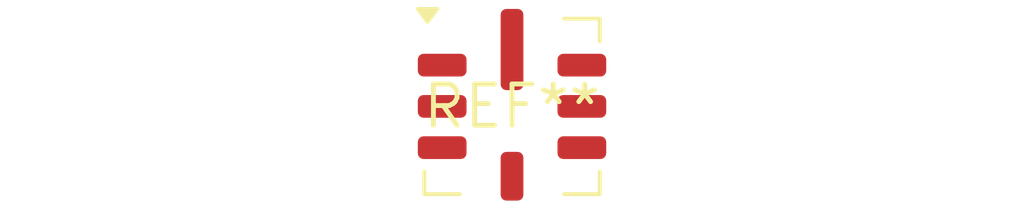
<source format=kicad_pcb>
(kicad_pcb (version 20240108) (generator pcbnew)
  (layers (0 "F.Cu" signal) (31 "B.Cu" signal) (34 "B.Paste" user) (35 "F.Paste" user) (36 "B.SilkS" user "B.Silkscreen") (37 "F.SilkS" user "F.Silkscreen") (38 "B.Mask" user) (39 "F.Mask" user) (44 "Edge.Cuts" user))
  (net 0 "")
  (footprint "Analog_LCC-8_5x5mm_P1.27mm" (layer "F.Cu") (at 0 0)
    (property "Reference" "REF**")
    (property "Value" "Analog_LCC-8_5x5mm_P1.27mm")
    (fp_line (start -2.7 2.7) (end -2.7 2) (layer "F.SilkS") (stroke (width 0.12)))
    (fp_line (start -1.6 2.7) (end -2.7 2.7) (layer "F.SilkS") (stroke (width 0.12)))
    (fp_line (start 1.6 -2.7) (end 2.7 -2.7) (layer "F.SilkS") (stroke (width 0.12)))
    (fp_line (start 2.7 -2.7) (end 2.7 -2) (layer "F.SilkS") (stroke (width 0.12)))
    (fp_line (start 2.7 2) (end 2.7 2.7) (layer "F.SilkS") (stroke (width 0.12)))
    (fp_line (start 2.7 2.7) (end 1.6 2.7) (layer "F.SilkS") (stroke (width 0.12)))
    (fp_poly (pts (xy -2.6 -2.6) (xy -2.9 -3) (xy -2.3 -3)) (layer "F.SilkS") (stroke (width 0.12)) (fill solid))
    (pad "1" smd roundrect (at -2.15 -1.27 90) (size 0.7 1.5) (layers "F.Cu" "F.Paste" "F.Mask"))
    (pad "2" smd roundrect (at -2.15 0 90) (size 0.7 1.5) (layers "F.Cu" "F.Paste" "F.Mask"))
    (pad "3" smd roundrect (at -2.15 1.27 90) (size 0.7 1.5) (layers "F.Cu" "F.Paste" "F.Mask"))
    (pad "4" smd roundrect (at 0 2.15 90) (size 1.5 0.7) (layers "F.Cu" "F.Paste" "F.Mask"))
    (pad "5" smd roundrect (at 2.15 1.27) (size 1.5 0.7) (layers "F.Cu" "F.Paste" "F.Mask"))
    (pad "6" smd roundrect (at 2.15 0) (size 1.5 0.7) (layers "F.Cu" "F.Paste" "F.Mask"))
    (pad "7" smd roundrect (at 2.15 -1.27) (size 1.5 0.7) (layers "F.Cu" "F.Paste" "F.Mask"))
    (pad "8" smd roundrect (at 0 -1.75 90) (size 2.5 0.7) (layers "F.Cu" "F.Paste" "F.Mask"))
  )
)
</source>
